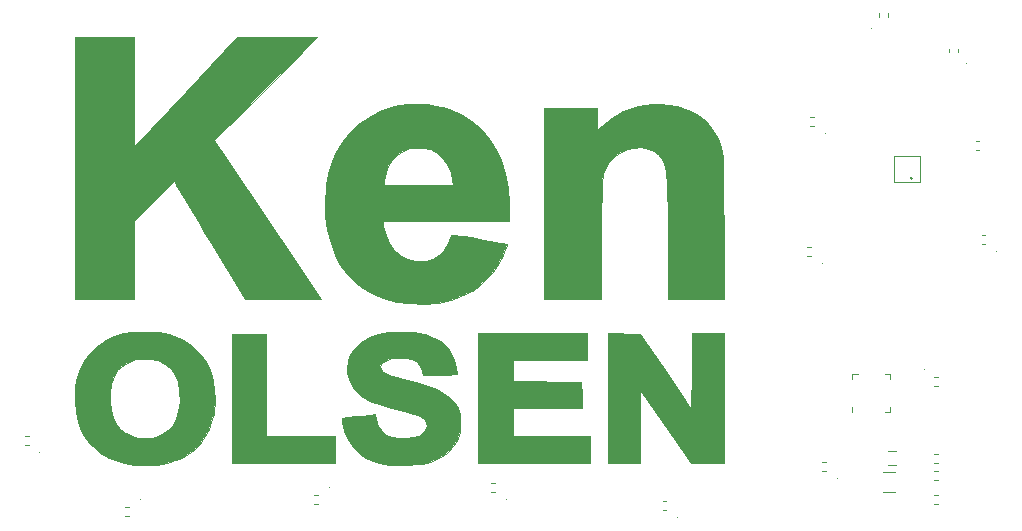
<source format=gbr>
%TF.GenerationSoftware,KiCad,Pcbnew,(5.1.10)-1*%
%TF.CreationDate,2022-05-03T06:53:42-07:00*%
%TF.ProjectId,project,70726f6a-6563-4742-9e6b-696361645f70,0.0*%
%TF.SameCoordinates,Original*%
%TF.FileFunction,Legend,Top*%
%TF.FilePolarity,Positive*%
%FSLAX46Y46*%
G04 Gerber Fmt 4.6, Leading zero omitted, Abs format (unit mm)*
G04 Created by KiCad (PCBNEW (5.1.10)-1) date 2022-05-03 06:53:42*
%MOMM*%
%LPD*%
G01*
G04 APERTURE LIST*
%ADD10C,0.120000*%
%ADD11C,0.100000*%
%ADD12C,0.010000*%
G04 APERTURE END LIST*
D10*
%TO.C,R12*%
X118427641Y-110839000D02*
X118120359Y-110839000D01*
X118427641Y-111599000D02*
X118120359Y-111599000D01*
D11*
%TO.C,D12*%
X119414000Y-110219000D02*
G75*
G03*
X119414000Y-110219000I-50000J0D01*
G01*
%TO.C,D6*%
X181324000Y-70309000D02*
G75*
G03*
X181324000Y-70309000I-50000J0D01*
G01*
%TO.C,D3*%
X191414000Y-81219000D02*
G75*
G03*
X191414000Y-81219000I-50000J0D01*
G01*
D10*
%TO.C,D5*%
X183174000Y-82219000D02*
X183174000Y-81119000D01*
X184774000Y-83019000D02*
G75*
G03*
X184774000Y-83019000I-100000J0D01*
G01*
X183174000Y-83319000D02*
X183174000Y-82219000D01*
X185374000Y-83319000D02*
X183174000Y-83319000D01*
X185374000Y-83319000D02*
X185374000Y-82219000D01*
X185374000Y-82219000D02*
X185374000Y-81119000D01*
X183174000Y-81119000D02*
X185374000Y-81119000D01*
%TO.C,U1*%
X179664000Y-100059000D02*
X179664000Y-99609000D01*
X179664000Y-99609000D02*
X180114000Y-99609000D01*
X182884000Y-102379000D02*
X182884000Y-102829000D01*
X182884000Y-102829000D02*
X182434000Y-102829000D01*
X182884000Y-100059000D02*
X182884000Y-99609000D01*
X182884000Y-99609000D02*
X182434000Y-99609000D01*
X179664000Y-102379000D02*
X179664000Y-102829000D01*
%TO.C,C1*%
X182274000Y-109569000D02*
X183274000Y-109569000D01*
X183274000Y-107869000D02*
X182274000Y-107869000D01*
%TO.C,C2*%
X182674000Y-106119000D02*
X183374000Y-106119000D01*
X183374000Y-107319000D02*
X182674000Y-107319000D01*
D11*
%TO.C,D2*%
X191914000Y-89219000D02*
G75*
G03*
X191914000Y-89219000I-50000J0D01*
G01*
%TO.C,D4*%
X189324000Y-73309000D02*
G75*
G03*
X189324000Y-73309000I-50000J0D01*
G01*
%TO.C,D7*%
X177414000Y-79219000D02*
G75*
G03*
X177414000Y-79219000I-50000J0D01*
G01*
%TO.C,D10*%
X177179000Y-90219000D02*
G75*
G03*
X177179000Y-90219000I-50000J0D01*
G01*
%TO.C,D11*%
X135414000Y-109219000D02*
G75*
G03*
X135414000Y-109219000I-50000J0D01*
G01*
%TO.C,D13*%
X110899000Y-106219000D02*
G75*
G03*
X110899000Y-106219000I-50000J0D01*
G01*
%TO.C,D14*%
X150429000Y-110219000D02*
G75*
G03*
X150429000Y-110219000I-50000J0D01*
G01*
%TO.C,D15*%
X164929000Y-111719000D02*
G75*
G03*
X164929000Y-111719000I-50000J0D01*
G01*
%TO.C,D16*%
X178414000Y-108469000D02*
G75*
G03*
X178414000Y-108469000I-50000J0D01*
G01*
D10*
%TO.C,R2*%
X190917641Y-87839000D02*
X190610359Y-87839000D01*
X190917641Y-88599000D02*
X190610359Y-88599000D01*
%TO.C,R3*%
X190427641Y-80599000D02*
X190120359Y-80599000D01*
X190427641Y-79839000D02*
X190120359Y-79839000D01*
%TO.C,R4*%
X188654000Y-72372641D02*
X188654000Y-72065359D01*
X187894000Y-72372641D02*
X187894000Y-72065359D01*
%TO.C,R6*%
X181894000Y-69372641D02*
X181894000Y-69065359D01*
X182654000Y-69372641D02*
X182654000Y-69065359D01*
%TO.C,R7*%
X176427641Y-78599000D02*
X176120359Y-78599000D01*
X176427641Y-77839000D02*
X176120359Y-77839000D01*
%TO.C,R10*%
X176177641Y-88839000D02*
X175870359Y-88839000D01*
X176177641Y-89599000D02*
X175870359Y-89599000D01*
%TO.C,R11*%
X134417641Y-109839000D02*
X134110359Y-109839000D01*
X134417641Y-110599000D02*
X134110359Y-110599000D01*
%TO.C,R13*%
X109937641Y-105599000D02*
X109630359Y-105599000D01*
X109937641Y-104839000D02*
X109630359Y-104839000D01*
%TO.C,R14*%
X149417641Y-108839000D02*
X149110359Y-108839000D01*
X149417641Y-109599000D02*
X149110359Y-109599000D01*
%TO.C,R15*%
X163917641Y-111099000D02*
X163610359Y-111099000D01*
X163917641Y-110339000D02*
X163610359Y-110339000D01*
%TO.C,R16*%
X177427641Y-107089000D02*
X177120359Y-107089000D01*
X177427641Y-107849000D02*
X177120359Y-107849000D01*
%TO.C,RD1*%
X186927641Y-107099000D02*
X186620359Y-107099000D01*
X186927641Y-106339000D02*
X186620359Y-106339000D01*
%TO.C,RP3*%
X186630359Y-109839000D02*
X186937641Y-109839000D01*
X186630359Y-110599000D02*
X186937641Y-110599000D01*
%TO.C,RD2*%
X186610359Y-108599000D02*
X186917641Y-108599000D01*
X186610359Y-107839000D02*
X186917641Y-107839000D01*
D11*
%TO.C,D1*%
X185749000Y-99219000D02*
G75*
G03*
X185749000Y-99219000I-50000J0D01*
G01*
D10*
%TO.C,R1*%
X186620359Y-100599000D02*
X186927641Y-100599000D01*
X186620359Y-99839000D02*
X186927641Y-99839000D01*
D12*
%TO.C,SYM1*%
G36*
X163472138Y-76755418D02*
G01*
X164145162Y-76807154D01*
X164737633Y-76904942D01*
X164853666Y-76933207D01*
X165794798Y-77248292D01*
X166602964Y-77666993D01*
X167281438Y-78192361D01*
X167833490Y-78827446D01*
X168262392Y-79575299D01*
X168556858Y-80386191D01*
X168592271Y-80516044D01*
X168622947Y-80643784D01*
X168649292Y-80782193D01*
X168671707Y-80944053D01*
X168690595Y-81142145D01*
X168706362Y-81389251D01*
X168719409Y-81698154D01*
X168730140Y-82081635D01*
X168738958Y-82552475D01*
X168746267Y-83123457D01*
X168752471Y-83807363D01*
X168757971Y-84616974D01*
X168763173Y-85565072D01*
X168768478Y-86664439D01*
X168770796Y-87165834D01*
X168798909Y-93283000D01*
X164049333Y-93283000D01*
X164048609Y-88647500D01*
X164047068Y-87399071D01*
X164042063Y-86307768D01*
X164032399Y-85361399D01*
X164016878Y-84547772D01*
X163994305Y-83854695D01*
X163963482Y-83269975D01*
X163923214Y-82781421D01*
X163872304Y-82376840D01*
X163809555Y-82044041D01*
X163733772Y-81770830D01*
X163643757Y-81545017D01*
X163538315Y-81354409D01*
X163416249Y-81186813D01*
X163303960Y-81059125D01*
X162880431Y-80724907D01*
X162372504Y-80513145D01*
X161808135Y-80419607D01*
X161215279Y-80440059D01*
X160621893Y-80570269D01*
X160055933Y-80806004D01*
X159545354Y-81143029D01*
X159118112Y-81577113D01*
X159022731Y-81707392D01*
X158907670Y-81879042D01*
X158808680Y-82042041D01*
X158724454Y-82210131D01*
X158653685Y-82397057D01*
X158595068Y-82616559D01*
X158547294Y-82882381D01*
X158509058Y-83208265D01*
X158479053Y-83607953D01*
X158455973Y-84095188D01*
X158438510Y-84683713D01*
X158425359Y-85387270D01*
X158415212Y-86219602D01*
X158406763Y-87194450D01*
X158399110Y-88266500D01*
X158364764Y-93283000D01*
X153550666Y-93283000D01*
X153550666Y-77111667D01*
X158038000Y-77111667D01*
X158038000Y-78955973D01*
X158440166Y-78581033D01*
X159292480Y-77899420D01*
X160228640Y-77362442D01*
X161236408Y-76976715D01*
X161575899Y-76885366D01*
X162126891Y-76793639D01*
X162779176Y-76750618D01*
X163472138Y-76755418D01*
G37*
X163472138Y-76755418D02*
X164145162Y-76807154D01*
X164737633Y-76904942D01*
X164853666Y-76933207D01*
X165794798Y-77248292D01*
X166602964Y-77666993D01*
X167281438Y-78192361D01*
X167833490Y-78827446D01*
X168262392Y-79575299D01*
X168556858Y-80386191D01*
X168592271Y-80516044D01*
X168622947Y-80643784D01*
X168649292Y-80782193D01*
X168671707Y-80944053D01*
X168690595Y-81142145D01*
X168706362Y-81389251D01*
X168719409Y-81698154D01*
X168730140Y-82081635D01*
X168738958Y-82552475D01*
X168746267Y-83123457D01*
X168752471Y-83807363D01*
X168757971Y-84616974D01*
X168763173Y-85565072D01*
X168768478Y-86664439D01*
X168770796Y-87165834D01*
X168798909Y-93283000D01*
X164049333Y-93283000D01*
X164048609Y-88647500D01*
X164047068Y-87399071D01*
X164042063Y-86307768D01*
X164032399Y-85361399D01*
X164016878Y-84547772D01*
X163994305Y-83854695D01*
X163963482Y-83269975D01*
X163923214Y-82781421D01*
X163872304Y-82376840D01*
X163809555Y-82044041D01*
X163733772Y-81770830D01*
X163643757Y-81545017D01*
X163538315Y-81354409D01*
X163416249Y-81186813D01*
X163303960Y-81059125D01*
X162880431Y-80724907D01*
X162372504Y-80513145D01*
X161808135Y-80419607D01*
X161215279Y-80440059D01*
X160621893Y-80570269D01*
X160055933Y-80806004D01*
X159545354Y-81143029D01*
X159118112Y-81577113D01*
X159022731Y-81707392D01*
X158907670Y-81879042D01*
X158808680Y-82042041D01*
X158724454Y-82210131D01*
X158653685Y-82397057D01*
X158595068Y-82616559D01*
X158547294Y-82882381D01*
X158509058Y-83208265D01*
X158479053Y-83607953D01*
X158455973Y-84095188D01*
X158438510Y-84683713D01*
X158425359Y-85387270D01*
X158415212Y-86219602D01*
X158406763Y-87194450D01*
X158399110Y-88266500D01*
X158364764Y-93283000D01*
X153550666Y-93283000D01*
X153550666Y-77111667D01*
X158038000Y-77111667D01*
X158038000Y-78955973D01*
X158440166Y-78581033D01*
X159292480Y-77899420D01*
X160228640Y-77362442D01*
X161236408Y-76976715D01*
X161575899Y-76885366D01*
X162126891Y-76793639D01*
X162779176Y-76750618D01*
X163472138Y-76755418D01*
G36*
X118857777Y-75721838D02*
G01*
X118879666Y-80343342D01*
X123233263Y-75721838D01*
X127586859Y-71100334D01*
X134373050Y-71100334D01*
X130021721Y-75452277D01*
X125670393Y-79804221D01*
X130174018Y-86544620D01*
X134677644Y-93285020D01*
X131449200Y-93262843D01*
X128220757Y-93240667D01*
X125388321Y-88541667D01*
X124893684Y-87720991D01*
X124421240Y-86936992D01*
X123978858Y-86202739D01*
X123574409Y-85531301D01*
X123215764Y-84935749D01*
X122910793Y-84429152D01*
X122667365Y-84024580D01*
X122493353Y-83735103D01*
X122396625Y-83573791D01*
X122384177Y-83552888D01*
X122212468Y-83263109D01*
X120524900Y-84949094D01*
X118837333Y-86635079D01*
X118837333Y-93283000D01*
X113842000Y-93283000D01*
X113842000Y-71100334D01*
X118835887Y-71100334D01*
X118857777Y-75721838D01*
G37*
X118857777Y-75721838D02*
X118879666Y-80343342D01*
X123233263Y-75721838D01*
X127586859Y-71100334D01*
X134373050Y-71100334D01*
X130021721Y-75452277D01*
X125670393Y-79804221D01*
X130174018Y-86544620D01*
X134677644Y-93285020D01*
X131449200Y-93262843D01*
X128220757Y-93240667D01*
X125388321Y-88541667D01*
X124893684Y-87720991D01*
X124421240Y-86936992D01*
X123978858Y-86202739D01*
X123574409Y-85531301D01*
X123215764Y-84935749D01*
X122910793Y-84429152D01*
X122667365Y-84024580D01*
X122493353Y-83735103D01*
X122396625Y-83573791D01*
X122384177Y-83552888D01*
X122212468Y-83263109D01*
X120524900Y-84949094D01*
X118837333Y-86635079D01*
X118837333Y-93283000D01*
X113842000Y-93283000D01*
X113842000Y-71100334D01*
X118835887Y-71100334D01*
X118857777Y-75721838D01*
G36*
X143644666Y-76770227D02*
G01*
X144365373Y-76869589D01*
X144976610Y-76996629D01*
X145537875Y-77167862D01*
X146108663Y-77399805D01*
X146396333Y-77534097D01*
X147335990Y-78076637D01*
X148158982Y-78740773D01*
X148864141Y-79524269D01*
X149450299Y-80424889D01*
X149916289Y-81440398D01*
X150260943Y-82568562D01*
X150483094Y-83807145D01*
X150581575Y-85153911D01*
X150586834Y-85557167D01*
X150587333Y-86679000D01*
X139904449Y-86679000D01*
X139960053Y-87038834D01*
X140152227Y-87842270D01*
X140459209Y-88532360D01*
X140874354Y-89102234D01*
X141391014Y-89545024D01*
X142002546Y-89853861D01*
X142702303Y-90021876D01*
X142862496Y-90038848D01*
X143549812Y-90023393D01*
X144159787Y-89859307D01*
X144684011Y-89551903D01*
X145114073Y-89106488D01*
X145441562Y-88528373D01*
X145503601Y-88371457D01*
X145606187Y-88094563D01*
X145684269Y-87889304D01*
X145721502Y-87798620D01*
X145721895Y-87798006D01*
X145806468Y-87804160D01*
X146031911Y-87835385D01*
X146372341Y-87887326D01*
X146801871Y-87955626D01*
X147294615Y-88035929D01*
X147824688Y-88123877D01*
X148366205Y-88215115D01*
X148893281Y-88305285D01*
X149380029Y-88390032D01*
X149800564Y-88464998D01*
X150129002Y-88525828D01*
X150339455Y-88568163D01*
X150406285Y-88586396D01*
X150404680Y-88691485D01*
X150337029Y-88912065D01*
X150217424Y-89214459D01*
X150059954Y-89564991D01*
X149878714Y-89929980D01*
X149729629Y-90203535D01*
X149135651Y-91082102D01*
X148431069Y-91833751D01*
X147618910Y-92457112D01*
X146702201Y-92950811D01*
X145683969Y-93313479D01*
X144567241Y-93543742D01*
X143355044Y-93640230D01*
X142205333Y-93612957D01*
X141013019Y-93462986D01*
X139926579Y-93181709D01*
X138943878Y-92768235D01*
X138062778Y-92221672D01*
X137306936Y-91567311D01*
X136912972Y-91148663D01*
X136596608Y-90755784D01*
X136321436Y-90335761D01*
X136051046Y-89835680D01*
X135894972Y-89515334D01*
X135498214Y-88498213D01*
X135222176Y-87392848D01*
X135066535Y-86229412D01*
X135030968Y-85038077D01*
X135115151Y-83849015D01*
X135153530Y-83631000D01*
X139980309Y-83631000D01*
X145869314Y-83631000D01*
X145814789Y-83167082D01*
X145656822Y-82461531D01*
X145365250Y-81819841D01*
X144956513Y-81267356D01*
X144447053Y-80829420D01*
X144204109Y-80684215D01*
X143982441Y-80576793D01*
X143778194Y-80509334D01*
X143540716Y-80472806D01*
X143219351Y-80458178D01*
X142925000Y-80456131D01*
X142517046Y-80460979D01*
X142227640Y-80481546D01*
X142006126Y-80526864D01*
X141801850Y-80605965D01*
X141645890Y-80684215D01*
X141107098Y-81060503D01*
X140654621Y-81562263D01*
X140307943Y-82159377D01*
X140086549Y-82821731D01*
X140026924Y-83186500D01*
X139980309Y-83631000D01*
X135153530Y-83631000D01*
X135318763Y-82692400D01*
X135641479Y-81598402D01*
X135988436Y-80781984D01*
X136541957Y-79845538D01*
X137217614Y-79017369D01*
X138001696Y-78304660D01*
X138880494Y-77714596D01*
X139840298Y-77254360D01*
X140867397Y-76931137D01*
X141948083Y-76752109D01*
X143068644Y-76724460D01*
X143644666Y-76770227D01*
G37*
X143644666Y-76770227D02*
X144365373Y-76869589D01*
X144976610Y-76996629D01*
X145537875Y-77167862D01*
X146108663Y-77399805D01*
X146396333Y-77534097D01*
X147335990Y-78076637D01*
X148158982Y-78740773D01*
X148864141Y-79524269D01*
X149450299Y-80424889D01*
X149916289Y-81440398D01*
X150260943Y-82568562D01*
X150483094Y-83807145D01*
X150581575Y-85153911D01*
X150586834Y-85557167D01*
X150587333Y-86679000D01*
X139904449Y-86679000D01*
X139960053Y-87038834D01*
X140152227Y-87842270D01*
X140459209Y-88532360D01*
X140874354Y-89102234D01*
X141391014Y-89545024D01*
X142002546Y-89853861D01*
X142702303Y-90021876D01*
X142862496Y-90038848D01*
X143549812Y-90023393D01*
X144159787Y-89859307D01*
X144684011Y-89551903D01*
X145114073Y-89106488D01*
X145441562Y-88528373D01*
X145503601Y-88371457D01*
X145606187Y-88094563D01*
X145684269Y-87889304D01*
X145721502Y-87798620D01*
X145721895Y-87798006D01*
X145806468Y-87804160D01*
X146031911Y-87835385D01*
X146372341Y-87887326D01*
X146801871Y-87955626D01*
X147294615Y-88035929D01*
X147824688Y-88123877D01*
X148366205Y-88215115D01*
X148893281Y-88305285D01*
X149380029Y-88390032D01*
X149800564Y-88464998D01*
X150129002Y-88525828D01*
X150339455Y-88568163D01*
X150406285Y-88586396D01*
X150404680Y-88691485D01*
X150337029Y-88912065D01*
X150217424Y-89214459D01*
X150059954Y-89564991D01*
X149878714Y-89929980D01*
X149729629Y-90203535D01*
X149135651Y-91082102D01*
X148431069Y-91833751D01*
X147618910Y-92457112D01*
X146702201Y-92950811D01*
X145683969Y-93313479D01*
X144567241Y-93543742D01*
X143355044Y-93640230D01*
X142205333Y-93612957D01*
X141013019Y-93462986D01*
X139926579Y-93181709D01*
X138943878Y-92768235D01*
X138062778Y-92221672D01*
X137306936Y-91567311D01*
X136912972Y-91148663D01*
X136596608Y-90755784D01*
X136321436Y-90335761D01*
X136051046Y-89835680D01*
X135894972Y-89515334D01*
X135498214Y-88498213D01*
X135222176Y-87392848D01*
X135066535Y-86229412D01*
X135030968Y-85038077D01*
X135115151Y-83849015D01*
X135153530Y-83631000D01*
X139980309Y-83631000D01*
X145869314Y-83631000D01*
X145814789Y-83167082D01*
X145656822Y-82461531D01*
X145365250Y-81819841D01*
X144956513Y-81267356D01*
X144447053Y-80829420D01*
X144204109Y-80684215D01*
X143982441Y-80576793D01*
X143778194Y-80509334D01*
X143540716Y-80472806D01*
X143219351Y-80458178D01*
X142925000Y-80456131D01*
X142517046Y-80460979D01*
X142227640Y-80481546D01*
X142006126Y-80526864D01*
X141801850Y-80605965D01*
X141645890Y-80684215D01*
X141107098Y-81060503D01*
X140654621Y-81562263D01*
X140307943Y-82159377D01*
X140086549Y-82821731D01*
X140026924Y-83186500D01*
X139980309Y-83631000D01*
X135153530Y-83631000D01*
X135318763Y-82692400D01*
X135641479Y-81598402D01*
X135988436Y-80781984D01*
X136541957Y-79845538D01*
X137217614Y-79017369D01*
X138001696Y-78304660D01*
X138880494Y-77714596D01*
X139840298Y-77254360D01*
X140867397Y-76931137D01*
X141948083Y-76752109D01*
X143068644Y-76724460D01*
X143644666Y-76770227D01*
G36*
X161706031Y-96204000D02*
G01*
X163872515Y-99379000D01*
X166039000Y-102554000D01*
X166061184Y-99357834D01*
X166083369Y-96161667D01*
X168790666Y-96161667D01*
X168790666Y-107168334D01*
X166014648Y-107168334D01*
X163867824Y-104047823D01*
X161721000Y-100927313D01*
X161698802Y-104047823D01*
X161676605Y-107168334D01*
X158969333Y-107168334D01*
X158969333Y-96157472D01*
X161706031Y-96204000D01*
G37*
X161706031Y-96204000D02*
X163872515Y-99379000D01*
X166039000Y-102554000D01*
X166061184Y-99357834D01*
X166083369Y-96161667D01*
X168790666Y-96161667D01*
X168790666Y-107168334D01*
X166014648Y-107168334D01*
X163867824Y-104047823D01*
X161721000Y-100927313D01*
X161698802Y-104047823D01*
X161676605Y-107168334D01*
X158969333Y-107168334D01*
X158969333Y-96157472D01*
X161706031Y-96204000D01*
G36*
X157191333Y-98447667D02*
G01*
X150926000Y-98447667D01*
X150926000Y-100223444D01*
X156725666Y-100268000D01*
X156749290Y-101389834D01*
X156772914Y-102511667D01*
X150926000Y-102511667D01*
X150926000Y-104882334D01*
X157445333Y-104882334D01*
X157445333Y-107168334D01*
X152760444Y-107168334D01*
X151885287Y-107167341D01*
X151061299Y-107164488D01*
X150303964Y-107159958D01*
X149628766Y-107153935D01*
X149051189Y-107146603D01*
X148586716Y-107138148D01*
X148250833Y-107128753D01*
X148059022Y-107118603D01*
X148019111Y-107111889D01*
X148009325Y-107019606D01*
X148000078Y-106772317D01*
X147991515Y-106384353D01*
X147983785Y-105870039D01*
X147977032Y-105243706D01*
X147971406Y-104519681D01*
X147967052Y-103712291D01*
X147964117Y-102835866D01*
X147962749Y-101904734D01*
X147962666Y-101608556D01*
X147962666Y-96161667D01*
X157191333Y-96161667D01*
X157191333Y-98447667D01*
G37*
X157191333Y-98447667D02*
X150926000Y-98447667D01*
X150926000Y-100223444D01*
X156725666Y-100268000D01*
X156749290Y-101389834D01*
X156772914Y-102511667D01*
X150926000Y-102511667D01*
X150926000Y-104882334D01*
X157445333Y-104882334D01*
X157445333Y-107168334D01*
X152760444Y-107168334D01*
X151885287Y-107167341D01*
X151061299Y-107164488D01*
X150303964Y-107159958D01*
X149628766Y-107153935D01*
X149051189Y-107146603D01*
X148586716Y-107138148D01*
X148250833Y-107128753D01*
X148059022Y-107118603D01*
X148019111Y-107111889D01*
X148009325Y-107019606D01*
X148000078Y-106772317D01*
X147991515Y-106384353D01*
X147983785Y-105870039D01*
X147977032Y-105243706D01*
X147971406Y-104519681D01*
X147967052Y-103712291D01*
X147964117Y-102835866D01*
X147962749Y-101904734D01*
X147962666Y-101608556D01*
X147962666Y-96161667D01*
X157191333Y-96161667D01*
X157191333Y-98447667D01*
G36*
X130013333Y-104882334D02*
G01*
X135855333Y-104882334D01*
X135855333Y-107168334D01*
X127134666Y-107168334D01*
X127134666Y-96246334D01*
X130013333Y-96246334D01*
X130013333Y-104882334D01*
G37*
X130013333Y-104882334D02*
X135855333Y-104882334D01*
X135855333Y-107168334D01*
X127134666Y-107168334D01*
X127134666Y-96246334D01*
X130013333Y-96246334D01*
X130013333Y-104882334D01*
G36*
X141820098Y-96015947D02*
G01*
X142452057Y-96052265D01*
X142979617Y-96107137D01*
X143375213Y-96177426D01*
X143475333Y-96204455D01*
X144241574Y-96510754D01*
X144894958Y-96920025D01*
X145424948Y-97420883D01*
X145821007Y-98001941D01*
X146072597Y-98651815D01*
X146152824Y-99097561D01*
X146205957Y-99605910D01*
X145242812Y-99661403D01*
X144798569Y-99684561D01*
X144363280Y-99703059D01*
X143996117Y-99714591D01*
X143810393Y-99717282D01*
X143341120Y-99717667D01*
X143244013Y-99354593D01*
X143066209Y-98907370D01*
X142795275Y-98581132D01*
X142414169Y-98363258D01*
X141905849Y-98241128D01*
X141712148Y-98220090D01*
X141184716Y-98212888D01*
X140697099Y-98274900D01*
X140275350Y-98396224D01*
X139945519Y-98566958D01*
X139733659Y-98777202D01*
X139665333Y-98998000D01*
X139727295Y-99210577D01*
X139918738Y-99409187D01*
X140247994Y-99597855D01*
X140723395Y-99780609D01*
X141353274Y-99961473D01*
X141951333Y-100102543D01*
X142945817Y-100342674D01*
X143785572Y-100595466D01*
X144485140Y-100868988D01*
X145059065Y-101171314D01*
X145521889Y-101510515D01*
X145888153Y-101894663D01*
X146172401Y-102331829D01*
X146250548Y-102488814D01*
X146362844Y-102754267D01*
X146431451Y-102998298D01*
X146466671Y-103279096D01*
X146478810Y-103654850D01*
X146479470Y-103781667D01*
X146473722Y-104190525D01*
X146447885Y-104488048D01*
X146391827Y-104731943D01*
X146295417Y-104979915D01*
X146252748Y-105073057D01*
X145861782Y-105711030D01*
X145335074Y-106256834D01*
X144684512Y-106701231D01*
X143921987Y-107034988D01*
X143602333Y-107131694D01*
X143223321Y-107204135D01*
X142722792Y-107258267D01*
X142147688Y-107292972D01*
X141544949Y-107307132D01*
X140961518Y-107299630D01*
X140444335Y-107269348D01*
X140046333Y-107216360D01*
X139313389Y-107036314D01*
X138701774Y-106804968D01*
X138354587Y-106623407D01*
X137961644Y-106333669D01*
X137560031Y-105937049D01*
X137196562Y-105486651D01*
X136918049Y-105035578D01*
X136873720Y-104943500D01*
X136759412Y-104656289D01*
X136649333Y-104320377D01*
X136553955Y-103977150D01*
X136483752Y-103667995D01*
X136449195Y-103434300D01*
X136460758Y-103317451D01*
X136461936Y-103316175D01*
X136555863Y-103294943D01*
X136784348Y-103264424D01*
X137113143Y-103228688D01*
X137508000Y-103191804D01*
X137510627Y-103191576D01*
X137945379Y-103152622D01*
X138353095Y-103113776D01*
X138684329Y-103079881D01*
X138871222Y-103058268D01*
X139220111Y-103012574D01*
X139320161Y-103409910D01*
X139524390Y-103984274D01*
X139820112Y-104428251D01*
X140216489Y-104747703D01*
X140722681Y-104948493D01*
X141347849Y-105036482D01*
X141858345Y-105034241D01*
X142477963Y-104960222D01*
X142957430Y-104805354D01*
X143307834Y-104564953D01*
X143478338Y-104349752D01*
X143626695Y-103986721D01*
X143610837Y-103661267D01*
X143433196Y-103380927D01*
X143096203Y-103153238D01*
X143091516Y-103151005D01*
X142911791Y-103084376D01*
X142600095Y-102988264D01*
X142189280Y-102871999D01*
X141712199Y-102744911D01*
X141255312Y-102629481D01*
X140351643Y-102394542D01*
X139597937Y-102167448D01*
X138975808Y-101937799D01*
X138466872Y-101695194D01*
X138052742Y-101429232D01*
X137715035Y-101129514D01*
X137435364Y-100785639D01*
X137195345Y-100387207D01*
X137155661Y-100310334D01*
X137028141Y-100027935D01*
X136955694Y-99766741D01*
X136923751Y-99456786D01*
X136917666Y-99167334D01*
X136952365Y-98616696D01*
X137075135Y-98152651D01*
X137306992Y-97724185D01*
X137668953Y-97280288D01*
X137715679Y-97230371D01*
X138225708Y-96784747D01*
X138820596Y-96443486D01*
X139513696Y-96202636D01*
X140318361Y-96058248D01*
X141247941Y-96006370D01*
X141820098Y-96015947D01*
G37*
X141820098Y-96015947D02*
X142452057Y-96052265D01*
X142979617Y-96107137D01*
X143375213Y-96177426D01*
X143475333Y-96204455D01*
X144241574Y-96510754D01*
X144894958Y-96920025D01*
X145424948Y-97420883D01*
X145821007Y-98001941D01*
X146072597Y-98651815D01*
X146152824Y-99097561D01*
X146205957Y-99605910D01*
X145242812Y-99661403D01*
X144798569Y-99684561D01*
X144363280Y-99703059D01*
X143996117Y-99714591D01*
X143810393Y-99717282D01*
X143341120Y-99717667D01*
X143244013Y-99354593D01*
X143066209Y-98907370D01*
X142795275Y-98581132D01*
X142414169Y-98363258D01*
X141905849Y-98241128D01*
X141712148Y-98220090D01*
X141184716Y-98212888D01*
X140697099Y-98274900D01*
X140275350Y-98396224D01*
X139945519Y-98566958D01*
X139733659Y-98777202D01*
X139665333Y-98998000D01*
X139727295Y-99210577D01*
X139918738Y-99409187D01*
X140247994Y-99597855D01*
X140723395Y-99780609D01*
X141353274Y-99961473D01*
X141951333Y-100102543D01*
X142945817Y-100342674D01*
X143785572Y-100595466D01*
X144485140Y-100868988D01*
X145059065Y-101171314D01*
X145521889Y-101510515D01*
X145888153Y-101894663D01*
X146172401Y-102331829D01*
X146250548Y-102488814D01*
X146362844Y-102754267D01*
X146431451Y-102998298D01*
X146466671Y-103279096D01*
X146478810Y-103654850D01*
X146479470Y-103781667D01*
X146473722Y-104190525D01*
X146447885Y-104488048D01*
X146391827Y-104731943D01*
X146295417Y-104979915D01*
X146252748Y-105073057D01*
X145861782Y-105711030D01*
X145335074Y-106256834D01*
X144684512Y-106701231D01*
X143921987Y-107034988D01*
X143602333Y-107131694D01*
X143223321Y-107204135D01*
X142722792Y-107258267D01*
X142147688Y-107292972D01*
X141544949Y-107307132D01*
X140961518Y-107299630D01*
X140444335Y-107269348D01*
X140046333Y-107216360D01*
X139313389Y-107036314D01*
X138701774Y-106804968D01*
X138354587Y-106623407D01*
X137961644Y-106333669D01*
X137560031Y-105937049D01*
X137196562Y-105486651D01*
X136918049Y-105035578D01*
X136873720Y-104943500D01*
X136759412Y-104656289D01*
X136649333Y-104320377D01*
X136553955Y-103977150D01*
X136483752Y-103667995D01*
X136449195Y-103434300D01*
X136460758Y-103317451D01*
X136461936Y-103316175D01*
X136555863Y-103294943D01*
X136784348Y-103264424D01*
X137113143Y-103228688D01*
X137508000Y-103191804D01*
X137510627Y-103191576D01*
X137945379Y-103152622D01*
X138353095Y-103113776D01*
X138684329Y-103079881D01*
X138871222Y-103058268D01*
X139220111Y-103012574D01*
X139320161Y-103409910D01*
X139524390Y-103984274D01*
X139820112Y-104428251D01*
X140216489Y-104747703D01*
X140722681Y-104948493D01*
X141347849Y-105036482D01*
X141858345Y-105034241D01*
X142477963Y-104960222D01*
X142957430Y-104805354D01*
X143307834Y-104564953D01*
X143478338Y-104349752D01*
X143626695Y-103986721D01*
X143610837Y-103661267D01*
X143433196Y-103380927D01*
X143096203Y-103153238D01*
X143091516Y-103151005D01*
X142911791Y-103084376D01*
X142600095Y-102988264D01*
X142189280Y-102871999D01*
X141712199Y-102744911D01*
X141255312Y-102629481D01*
X140351643Y-102394542D01*
X139597937Y-102167448D01*
X138975808Y-101937799D01*
X138466872Y-101695194D01*
X138052742Y-101429232D01*
X137715035Y-101129514D01*
X137435364Y-100785639D01*
X137195345Y-100387207D01*
X137155661Y-100310334D01*
X137028141Y-100027935D01*
X136955694Y-99766741D01*
X136923751Y-99456786D01*
X136917666Y-99167334D01*
X136952365Y-98616696D01*
X137075135Y-98152651D01*
X137306992Y-97724185D01*
X137668953Y-97280288D01*
X137715679Y-97230371D01*
X138225708Y-96784747D01*
X138820596Y-96443486D01*
X139513696Y-96202636D01*
X140318361Y-96058248D01*
X141247941Y-96006370D01*
X141820098Y-96015947D01*
G36*
X120367077Y-96043134D02*
G01*
X120922868Y-96074067D01*
X121392826Y-96135759D01*
X121818406Y-96236505D01*
X122241060Y-96384601D01*
X122702242Y-96588340D01*
X122880195Y-96674214D01*
X123652346Y-97144299D01*
X124314370Y-97739907D01*
X124854961Y-98449783D01*
X125092210Y-98876263D01*
X125378393Y-99547282D01*
X125565967Y-100219530D01*
X125666566Y-100947068D01*
X125692393Y-101665000D01*
X125679571Y-102118784D01*
X125645240Y-102586777D01*
X125595600Y-102994896D01*
X125568388Y-103146667D01*
X125413063Y-103682833D01*
X125173308Y-104265565D01*
X124879595Y-104832335D01*
X124562399Y-105320616D01*
X124425265Y-105492154D01*
X124086924Y-105822457D01*
X123643717Y-106170634D01*
X123150766Y-106499080D01*
X122663192Y-106770188D01*
X122351764Y-106906776D01*
X121609766Y-107122508D01*
X120769378Y-107262182D01*
X119885543Y-107321587D01*
X119013206Y-107296513D01*
X118359830Y-107212671D01*
X117469251Y-106998080D01*
X116696345Y-106691584D01*
X116006797Y-106275936D01*
X115366291Y-105733886D01*
X115312426Y-105680849D01*
X114779157Y-105065791D01*
X114373749Y-104400458D01*
X114088285Y-103663351D01*
X113914851Y-102832970D01*
X113845527Y-101887818D01*
X113845394Y-101875056D01*
X116825814Y-101875056D01*
X116901586Y-102653594D01*
X117060836Y-103297536D01*
X117311800Y-103823987D01*
X117662708Y-104250048D01*
X118121796Y-104592822D01*
X118139084Y-104603028D01*
X118652819Y-104852060D01*
X119175245Y-104987600D01*
X119766670Y-105023219D01*
X119974443Y-105016042D01*
X120384950Y-104980226D01*
X120710471Y-104908623D01*
X121034768Y-104779534D01*
X121198923Y-104698793D01*
X121719784Y-104361551D01*
X122123545Y-103934382D01*
X122417744Y-103403531D01*
X122609916Y-102755247D01*
X122707601Y-101975776D01*
X122709616Y-101942258D01*
X122703935Y-101066898D01*
X122578017Y-100309810D01*
X122331026Y-99669194D01*
X121962125Y-99143249D01*
X121470476Y-98730176D01*
X121128970Y-98541706D01*
X120889056Y-98438693D01*
X120666840Y-98373371D01*
X120411516Y-98337486D01*
X120072277Y-98322781D01*
X119768666Y-98320667D01*
X119346084Y-98325479D01*
X119042418Y-98345455D01*
X118807390Y-98388900D01*
X118590721Y-98464121D01*
X118414000Y-98544474D01*
X117862094Y-98877897D01*
X117432980Y-99294614D01*
X117121114Y-99806246D01*
X116920955Y-100424419D01*
X116826958Y-101160754D01*
X116825814Y-101875056D01*
X113845394Y-101875056D01*
X113843470Y-101691702D01*
X113887651Y-100732525D01*
X114029542Y-99892884D01*
X114278383Y-99147928D01*
X114643413Y-98472810D01*
X115133870Y-97842681D01*
X115364742Y-97600158D01*
X115920363Y-97101599D01*
X116489664Y-96718035D01*
X117129676Y-96415374D01*
X117652000Y-96232861D01*
X117915303Y-96156596D01*
X118162685Y-96102545D01*
X118431968Y-96067017D01*
X118760975Y-96046325D01*
X119187527Y-96036778D01*
X119684000Y-96034667D01*
X120367077Y-96043134D01*
G37*
X120367077Y-96043134D02*
X120922868Y-96074067D01*
X121392826Y-96135759D01*
X121818406Y-96236505D01*
X122241060Y-96384601D01*
X122702242Y-96588340D01*
X122880195Y-96674214D01*
X123652346Y-97144299D01*
X124314370Y-97739907D01*
X124854961Y-98449783D01*
X125092210Y-98876263D01*
X125378393Y-99547282D01*
X125565967Y-100219530D01*
X125666566Y-100947068D01*
X125692393Y-101665000D01*
X125679571Y-102118784D01*
X125645240Y-102586777D01*
X125595600Y-102994896D01*
X125568388Y-103146667D01*
X125413063Y-103682833D01*
X125173308Y-104265565D01*
X124879595Y-104832335D01*
X124562399Y-105320616D01*
X124425265Y-105492154D01*
X124086924Y-105822457D01*
X123643717Y-106170634D01*
X123150766Y-106499080D01*
X122663192Y-106770188D01*
X122351764Y-106906776D01*
X121609766Y-107122508D01*
X120769378Y-107262182D01*
X119885543Y-107321587D01*
X119013206Y-107296513D01*
X118359830Y-107212671D01*
X117469251Y-106998080D01*
X116696345Y-106691584D01*
X116006797Y-106275936D01*
X115366291Y-105733886D01*
X115312426Y-105680849D01*
X114779157Y-105065791D01*
X114373749Y-104400458D01*
X114088285Y-103663351D01*
X113914851Y-102832970D01*
X113845527Y-101887818D01*
X113845394Y-101875056D01*
X116825814Y-101875056D01*
X116901586Y-102653594D01*
X117060836Y-103297536D01*
X117311800Y-103823987D01*
X117662708Y-104250048D01*
X118121796Y-104592822D01*
X118139084Y-104603028D01*
X118652819Y-104852060D01*
X119175245Y-104987600D01*
X119766670Y-105023219D01*
X119974443Y-105016042D01*
X120384950Y-104980226D01*
X120710471Y-104908623D01*
X121034768Y-104779534D01*
X121198923Y-104698793D01*
X121719784Y-104361551D01*
X122123545Y-103934382D01*
X122417744Y-103403531D01*
X122609916Y-102755247D01*
X122707601Y-101975776D01*
X122709616Y-101942258D01*
X122703935Y-101066898D01*
X122578017Y-100309810D01*
X122331026Y-99669194D01*
X121962125Y-99143249D01*
X121470476Y-98730176D01*
X121128970Y-98541706D01*
X120889056Y-98438693D01*
X120666840Y-98373371D01*
X120411516Y-98337486D01*
X120072277Y-98322781D01*
X119768666Y-98320667D01*
X119346084Y-98325479D01*
X119042418Y-98345455D01*
X118807390Y-98388900D01*
X118590721Y-98464121D01*
X118414000Y-98544474D01*
X117862094Y-98877897D01*
X117432980Y-99294614D01*
X117121114Y-99806246D01*
X116920955Y-100424419D01*
X116826958Y-101160754D01*
X116825814Y-101875056D01*
X113845394Y-101875056D01*
X113843470Y-101691702D01*
X113887651Y-100732525D01*
X114029542Y-99892884D01*
X114278383Y-99147928D01*
X114643413Y-98472810D01*
X115133870Y-97842681D01*
X115364742Y-97600158D01*
X115920363Y-97101599D01*
X116489664Y-96718035D01*
X117129676Y-96415374D01*
X117652000Y-96232861D01*
X117915303Y-96156596D01*
X118162685Y-96102545D01*
X118431968Y-96067017D01*
X118760975Y-96046325D01*
X119187527Y-96036778D01*
X119684000Y-96034667D01*
X120367077Y-96043134D01*
%TD*%
M02*

</source>
